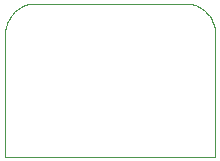
<source format=gko>
G75*
G70*
%OFA0B0*%
%FSLAX24Y24*%
%IPPOS*%
%LPD*%
%AMOC8*
5,1,8,0,0,1.08239X$1,22.5*
%
%ADD10C,0.0000*%
D10*
X000504Y000957D02*
X000504Y005078D01*
X000506Y005138D01*
X000511Y005199D01*
X000520Y005258D01*
X000533Y005317D01*
X000549Y005376D01*
X000569Y005433D01*
X000592Y005488D01*
X000619Y005543D01*
X000648Y005595D01*
X000681Y005646D01*
X000717Y005695D01*
X000755Y005741D01*
X000797Y005785D01*
X000841Y005827D01*
X000887Y005865D01*
X000936Y005901D01*
X000987Y005934D01*
X001039Y005963D01*
X001094Y005990D01*
X001149Y006013D01*
X001206Y006033D01*
X001265Y006049D01*
X001324Y006062D01*
X001383Y006071D01*
X001444Y006076D01*
X001504Y006078D01*
X006496Y006078D01*
X006556Y006076D01*
X006617Y006071D01*
X006676Y006062D01*
X006735Y006049D01*
X006794Y006033D01*
X006851Y006013D01*
X006906Y005990D01*
X006961Y005963D01*
X007013Y005934D01*
X007064Y005901D01*
X007113Y005865D01*
X007159Y005827D01*
X007203Y005785D01*
X007245Y005741D01*
X007283Y005695D01*
X007319Y005646D01*
X007352Y005595D01*
X007381Y005543D01*
X007408Y005488D01*
X007431Y005433D01*
X007451Y005376D01*
X007467Y005317D01*
X007480Y005258D01*
X007489Y005199D01*
X007494Y005138D01*
X007496Y005078D01*
X007496Y000957D01*
X000504Y000957D01*
M02*

</source>
